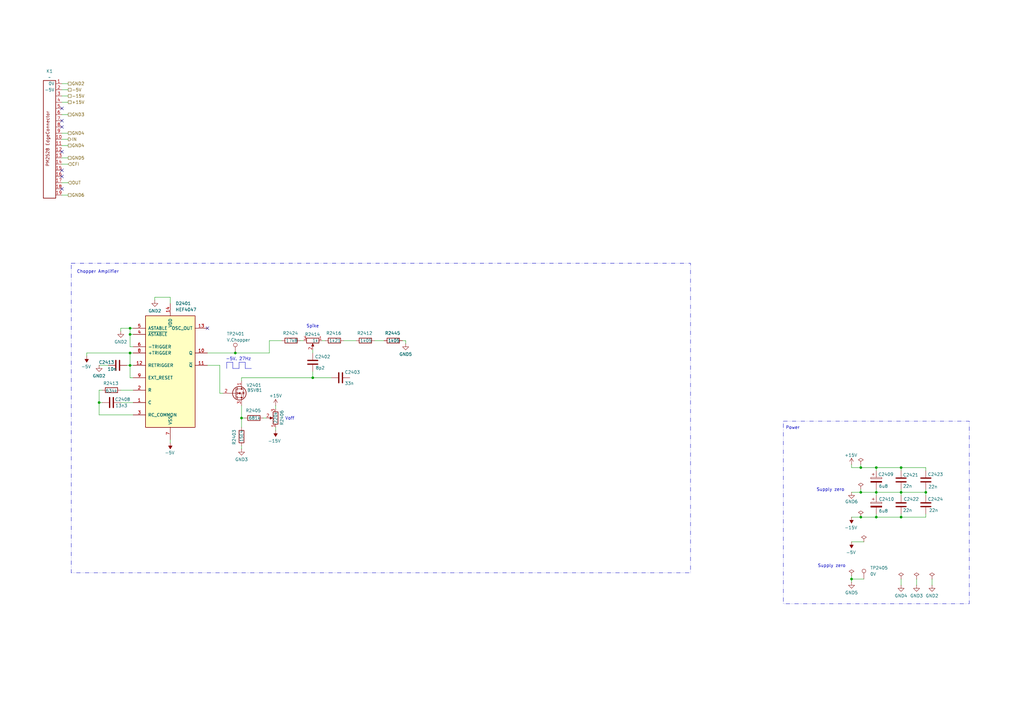
<source format=kicad_sch>
(kicad_sch (version 20250114) (generator "eeschema") (generator_version "9.0")
  (paper "A3")
  (title_block (title "Philips PM2528 - N24 (AC Amplifier)") (date "2025-05-23") (rev "0.1"))
  (lib_symbols
    (symbol "4xxx:4047" (pin_names (offset 1.016))
      (property "Reference" "U" (at -7.62 24.13 0))
      (property "Value" "4047" (at -7.62 -24.13 0))
      (symbol "4047_1_0"
        (pin input line (at -15.24 17.78 0) (length 5.08) (name "ASTABLE") (number "5"))
        (pin input line (at -15.24 15.24 0) (length 5.08) (name "~{ASTABLE}") (number "4"))
        (pin input line (at -15.24 10.16 0) (length 5.08) (name "-TRIGGER") (number "6"))
        (pin input line (at -15.24 7.62 0) (length 5.08) (name "+TRIGGER") (number "8"))
        (pin input line (at -15.24 2.54 0) (length 5.08) (name "RETRIGGER") (number "12"))
        (pin input line (at -15.24 -2.54 0) (length 5.08) (name "EXT_RESET") (number "9"))
        (pin input line (at -15.24 -7.62 0) (length 5.08) (name "R") (number "2"))
        (pin input line (at -15.24 -12.7 0) (length 5.08) (name "C") (number "1"))
        (pin input line (at -15.24 -17.78 0) (length 5.08) (name "RC_COMMON") (number "3"))
        (pin power_in line (at 0 27.94 270) (length 5.08) (name "VDD") (number "14"))
        (pin power_in line (at 0 -27.94 90) (length 5.08) (name "VSS") (number "7"))
        (pin output line (at 15.24 17.78 180) (length 5.08) (name "OSC_OUT") (number "13"))
        (pin output line (at 15.24 7.62 180) (length 5.08) (name "Q") (number "10"))
        (pin output line (at 15.24 2.54 180) (length 5.08) (name "~{Q}") (number "11"))
      )
      (symbol "4047_1_1"
        (rectangle (start -10.16 22.86) (end 10.16 -22.86) (stroke (width 0.254)) (fill (type background)))
      )
    )
    (symbol "Connector:TestPoint" (pin_numbers (hide yes)) (pin_names (offset 0.762) (hide yes))
      (property "Reference" "TP" (at 0 6.858 0))
      (property "Value" "TestPoint" (at 0 5.08 0))
      (symbol "TestPoint_0_1"
        (circle (center 0 3.302) (radius 0.762))
      )
      (symbol "TestPoint_1_1"
        (pin passive line (at 0 0 90) (length 2.54) (name "1") (number "1"))
      )
    )
    (symbol "Device:C" (pin_numbers (hide yes)) (pin_names (offset 0.254))
      (property "Reference" "C" (at 0.635 2.54 0))
      (property "Value" "C" (at 0.635 -2.54 0))
      (symbol "C_0_1"
        (polyline (pts (xy -2.032 0.762) (xy 2.032 0.762)) (stroke (width 0.508)))
        (polyline (pts (xy -2.032 -0.762) (xy 2.032 -0.762)) (stroke (width 0.508)))
      )
      (symbol "C_1_1"
        (pin passive line (at 0 3.81 270) (length 2.794) (name "~") (number "1"))
        (pin passive line (at 0 -3.81 90) (length 2.794) (name "~") (number "2"))
      )
    )
    (symbol "Device:C_Polarized" (pin_numbers (hide yes)) (pin_names (offset 0.254))
      (property "Reference" "C" (at 0.635 2.54 0))
      (property "Value" "C_Polarized" (at 0.635 -2.54 0))
      (symbol "C_Polarized_0_1"
        (rectangle (start -2.286 0.508) (end 2.286 1.016))
        (polyline (pts (xy -1.778 2.286) (xy -0.762 2.286)))
        (polyline (pts (xy -1.27 2.794) (xy -1.27 1.778)))
        (rectangle (start 2.286 -0.508) (end -2.286 -1.016) (fill (type outline)))
      )
      (symbol "C_Polarized_1_1"
        (pin passive line (at 0 3.81 270) (length 2.794) (name "~") (number "1"))
        (pin passive line (at 0 -3.81 90) (length 2.794) (name "~") (number "2"))
      )
    )
    (symbol "Device:R" (pin_numbers (hide yes)) (pin_names (offset 0))
      (property "Reference" "R" (at 2.032 0 90))
      (property "Value" "R" (at 0 0 90))
      (symbol "R_0_1"
        (rectangle (start -1.016 -2.54) (end 1.016 2.54) (stroke (width 0.254)))
      )
      (symbol "R_1_1"
        (pin passive line (at 0 3.81 270) (length 1.27) (name "~") (number "1"))
        (pin passive line (at 0 -3.81 90) (length 1.27) (name "~") (number "2"))
      )
    )
    (symbol "Device:R_Potentiometer" (pin_names (offset 1.016) (hide yes))
      (property "Reference" "RV" (at -4.445 0 90))
      (property "Value" "R_Potentiometer" (at -2.54 0 90))
      (symbol "R_Potentiometer_0_1"
        (rectangle (start 1.016 2.54) (end -1.016 -2.54) (stroke (width 0.254)))
        (polyline (pts (xy 1.143 0) (xy 2.286 0.508) (xy 2.286 -0.508) (xy 1.143 0)) (fill (type outline)))
        (polyline (pts (xy 2.54 0) (xy 1.524 0)))
      )
      (symbol "R_Potentiometer_1_1"
        (pin passive line (at 0 3.81 270) (length 1.27) (name "1") (number "1"))
        (pin passive line (at 0 -3.81 90) (length 1.27) (name "3") (number "3"))
        (pin passive line (at 3.81 0 180) (length 1.27) (name "2") (number "2"))
      )
    )
    (symbol "PM2528:PCBEdge_Plugincard"
      (property "Reference" "K" (at -0.508 25.4 0))
      (symbol "PCBEdge_Plugincard_1_1"
        (rectangle (start -2.54 24.13) (end 2.54 -24.13) (stroke (width 0.254)))
        (text "PM2528 EdgeConnector" (at -0.762 0.254 900) (effects (font (size 1.27 1.27))))
        (pin passive line (at 5.08 22.86 180) (length 2.54) (name "0V") (number "1"))
        (pin passive line (at 5.08 20.32 180) (length 2.54) (name "-5V") (number "2"))
        (pin passive line (at 5.08 17.78 180) (length 2.54) (name "") (number "3"))
        (pin passive line (at 5.08 15.24 180) (length 2.54) (name "") (number "4"))
        (pin passive line (at 5.08 12.7 180) (length 2.54) (name "") (number "5"))
        (pin passive line (at 5.08 10.16 180) (length 2.54) (name "") (number "6"))
        (pin passive line (at 5.08 7.62 180) (length 2.54) (name "") (number "7"))
        (pin passive line (at 5.08 5.08 180) (length 2.54) (name "") (number "8"))
        (pin passive line (at 5.08 2.54 180) (length 2.54) (name "") (number "9"))
        (pin passive line (at 5.08 0 180) (length 2.54) (name "") (number "10"))
        (pin passive line (at 5.08 -2.54 180) (length 2.54) (name "") (number "11"))
        (pin passive line (at 5.08 -5.08 180) (length 2.54) (name "") (number "12"))
        (pin passive line (at 5.08 -7.62 180) (length 2.54) (name "") (number "13"))
        (pin passive line (at 5.08 -10.16 180) (length 2.54) (name "") (number "14"))
        (pin passive line (at 5.08 -12.7 180) (length 2.54) (name "") (number "15"))
        (pin passive line (at 5.08 -15.24 180) (length 2.54) (name "") (number "16"))
        (pin passive line (at 5.08 -17.78 180) (length 2.54) (name "") (number "17"))
        (pin passive line (at 5.08 -20.32 180) (length 2.54) (name "") (number "18"))
        (pin passive line (at 5.08 -22.86 180) (length 2.54) (name "") (number "19"))
      )
    )
    (symbol "Transistor_FET:BS108" (pin_names (hide yes))
      (property "Reference" "Q" (at 5.08 1.905 0))
      (property "Value" "BS108" (at 5.08 0 0))
      (symbol "BS108_0_1"
        (polyline (pts (xy 0.254 1.905) (xy 0.254 -1.905)) (stroke (width 0.254)))
        (polyline (pts (xy 0.254 0) (xy -2.54 0)))
        (polyline (pts (xy 0.762 2.286) (xy 0.762 1.27)) (stroke (width 0.254)))
        (polyline (pts (xy 0.762 0.508) (xy 0.762 -0.508)) (stroke (width 0.254)))
        (polyline (pts (xy 0.762 -1.27) (xy 0.762 -2.286)) (stroke (width 0.254)))
        (polyline (pts (xy 0.762 -1.778) (xy 3.302 -1.778) (xy 3.302 1.778) (xy 0.762 1.778)))
        (polyline (pts (xy 1.016 0) (xy 2.032 0.381) (xy 2.032 -0.381) (xy 1.016 0)) (fill (type outline)))
        (circle (center 1.651 0) (radius 2.794) (stroke (width 0.254)))
        (polyline (pts (xy 2.54 2.54) (xy 2.54 1.778)))
        (circle (center 2.54 1.778) (radius 0.254) (fill (type outline)))
        (circle (center 2.54 -1.778) (radius 0.254) (fill (type outline)))
        (polyline (pts (xy 2.54 -2.54) (xy 2.54 0) (xy 0.762 0)))
        (polyline (pts (xy 2.794 0.508) (xy 2.921 0.381) (xy 3.683 0.381) (xy 3.81 0.254)))
        (polyline (pts (xy 3.302 0.381) (xy 2.921 -0.254) (xy 3.683 -0.254) (xy 3.302 0.381)))
      )
      (symbol "BS108_1_1"
        (pin input line (at -5.08 0 0) (length 2.54) (name "G") (number "2"))
        (pin passive line (at 2.54 5.08 270) (length 2.54) (name "D") (number "1"))
        (pin passive line (at 2.54 -5.08 90) (length 2.54) (name "S") (number "3"))
      )
    )
    (symbol "power:+15V" (power) (pin_numbers (hide yes)) (pin_names (offset 0) (hide yes))
      (property "Value" "+15V" (at 0 3.556 0))
      (symbol "+15V_0_1"
        (polyline (pts (xy -0.762 1.27) (xy 0 2.54)))
        (polyline (pts (xy 0 2.54) (xy 0.762 1.27)))
        (polyline (pts (xy 0 0) (xy 0 2.54)))
      )
      (symbol "+15V_1_1"
        (pin power_in line (at 0 0 90) (length 0) (name "~") (number "1"))
      )
    )
    (symbol "power:-15V" (power) (pin_numbers (hide yes)) (pin_names (offset 0) (hide yes))
      (property "Value" "-15V" (at 0 3.556 0))
      (symbol "-15V_0_0"
        (pin power_in line (at 0 0 90) (length 0) (name "~") (number "1"))
      )
      (symbol "-15V_0_1"
        (polyline (pts (xy 0 0) (xy 0 1.27) (xy 0.762 1.27) (xy 0 2.54) (xy -0.762 1.27) (xy 0 1.27)) (fill (type outline)))
      )
    )
    (symbol "power:-5V" (power) (pin_numbers (hide yes)) (pin_names (offset 0) (hide yes))
      (property "Value" "-5V" (at 0 3.556 0))
      (symbol "-5V_0_0"
        (pin power_in line (at 0 0 90) (length 0) (name "~") (number "1"))
      )
      (symbol "-5V_0_1"
        (polyline (pts (xy 0 0) (xy 0 1.27) (xy 0.762 1.27) (xy 0 2.54) (xy -0.762 1.27) (xy 0 1.27)) (fill (type outline)))
      )
    )
    (symbol "power:GND" (power) (pin_numbers (hide yes)) (pin_names (offset 0) (hide yes))
      (property "Value" "GND" (at 0 -3.81 0))
      (symbol "GND_0_1"
        (polyline (pts (xy 0 0) (xy 0 -1.27) (xy 1.27 -1.27) (xy 0 -2.54) (xy -1.27 -1.27) (xy 0 -1.27)))
      )
      (symbol "GND_1_1"
        (pin power_in line (at 0 0 270) (length 0) (name "~") (number "1"))
      )
    )
    (symbol "power:GND2" (power) (pin_numbers (hide yes)) (pin_names (offset 0) (hide yes))
      (property "Value" "GND2" (at 0 -3.81 0))
      (symbol "GND2_0_1"
        (polyline (pts (xy 0 0) (xy 0 -1.27) (xy 1.27 -1.27) (xy 0 -2.54) (xy -1.27 -1.27) (xy 0 -1.27)))
      )
      (symbol "GND2_1_1"
        (pin power_in line (at 0 0 270) (length 0) (name "~") (number "1"))
      )
    )
    (symbol "power:GND3" (power) (pin_numbers (hide yes)) (pin_names (offset 0) (hide yes))
      (property "Value" "GND3" (at 0 -3.81 0))
      (symbol "GND3_0_1"
        (polyline (pts (xy 0 0) (xy 0 -1.27) (xy 1.27 -1.27) (xy 0 -2.54) (xy -1.27 -1.27) (xy 0 -1.27)))
      )
      (symbol "GND3_1_1"
        (pin power_in line (at 0 0 270) (length 0) (name "~") (number "1"))
      )
    )
    (symbol "power:PWR_FLAG" (power) (pin_numbers (hide yes)) (pin_names (offset 0) (hide yes))
      (property "Value" "PWR_FLAG" (at 0 3.81 0))
      (symbol "PWR_FLAG_0_0"
        (pin power_out line (at 0 0 90) (length 0) (name "~") (number "1"))
      )
      (symbol "PWR_FLAG_0_1"
        (polyline (pts (xy 0 0) (xy 0 1.27) (xy -1.016 1.905) (xy 0 2.54) (xy 1.016 1.905) (xy 0 1.27)))
      )
    )
  )
  (rectangle (start 29.21 107.95) (end 283.21 234.95) (stroke (width 0) (type dash_dot_dot)))
  (rectangle (start 321.31 172.72) (end 397.51 247.65) (stroke (width 0) (type dash_dot_dot)))
  (text "Power" (at 325.12 175.514 0) (effects (font (size 1.27 1.27))))
  (text "-5V. 27Hz" (at 97.79 147.32 0) (effects (font (size 1.27 1.27))))
  (text "Voff" (at 118.872 171.704 0) (effects (font (size 1.27 1.27))))
  (text "Supply zero" (at 341.122 232.156 0) (effects (font (size 1.27 1.27))))
  (text "Spike" (at 128.27 133.858 0) (effects (font (size 1.27 1.27))))
  (text "Chopper Amplifier" (at 40.132 111.506 0) (effects (font (size 1.27 1.27))))
  (text "Supply zero" (at 340.614 200.914 0) (effects (font (size 1.27 1.27))))
  (junction (at 359.41 212.09))
  (junction (at 359.41 191.77))
  (junction (at 353.06 191.77))
  (junction (at 53.34 134.62))
  (junction (at 359.41 201.93))
  (junction (at 53.34 137.16))
  (junction (at 369.57 191.77))
  (junction (at 53.34 149.86))
  (junction (at 53.34 144.78))
  (junction (at 353.06 201.93))
  (junction (at 369.57 201.93))
  (junction (at 369.57 212.09))
  (junction (at 99.06 171.45))
  (junction (at 40.64 165.1))
  (junction (at 349.25 237.49))
  (junction (at 353.06 212.09))
  (junction (at 96.52 144.78))
  (junction (at 379.73 201.93))
  (junction (at 128.27 154.94))
  (no_connect (at 25.4 77.47))
  (no_connect (at 85.09 134.62))
  (no_connect (at 25.4 62.23))
  (no_connect (at 25.4 69.85))
  (no_connect (at 25.4 49.53))
  (no_connect (at 25.4 72.39))
  (no_connect (at 25.4 52.07))
  (no_connect (at 25.4 44.45))
  (wire (pts (xy 90.17 149.86) (xy 90.17 161.29)))
  (wire (pts (xy 359.41 191.77) (xy 369.57 191.77)))
  (wire (pts (xy 35.56 144.78) (xy 35.56 146.05)))
  (wire (pts (xy 53.34 142.24) (xy 54.61 142.24)))
  (wire (pts (xy 25.4 41.91) (xy 27.94 41.91)))
  (wire (pts (xy 99.06 182.88) (xy 99.06 184.15)))
  (wire (pts (xy 369.57 191.77) (xy 369.57 193.04)))
  (wire (pts (xy 166.37 139.7) (xy 165.1 139.7)))
  (wire (pts (xy 63.5 121.92) (xy 69.85 121.92)))
  (wire (pts (xy 25.4 36.83) (xy 27.94 36.83)))
  (wire (pts (xy 40.64 165.1) (xy 40.64 160.02)))
  (wire (pts (xy 49.53 134.62) (xy 49.53 135.89)))
  (wire (pts (xy 132.08 139.7) (xy 133.35 139.7)))
  (wire (pts (xy 53.34 154.94) (xy 53.34 149.86)))
  (wire (pts (xy 359.41 201.93) (xy 369.57 201.93)))
  (wire (pts (xy 379.73 212.09) (xy 369.57 212.09)))
  (wire (pts (xy 379.73 201.93) (xy 379.73 203.2)))
  (wire (pts (xy 369.57 212.09) (xy 359.41 212.09)))
  (polyline (pts (xy 98.044 148.59) (xy 100.584 148.59)))
  (wire (pts (xy 69.85 180.34) (xy 69.85 181.61)))
  (wire (pts (xy 52.07 149.86) (xy 53.34 149.86)))
  (wire (pts (xy 349.25 212.09) (xy 353.06 212.09)))
  (wire (pts (xy 359.41 200.66) (xy 359.41 201.93)))
  (wire (pts (xy 53.34 134.62) (xy 49.53 134.62)))
  (wire (pts (xy 40.64 149.86) (xy 44.45 149.86)))
  (wire (pts (xy 40.64 160.02) (xy 41.91 160.02)))
  (polyline (pts (xy 100.584 151.13) (xy 103.124 151.13)))
  (wire (pts (xy 53.34 134.62) (xy 53.34 137.16)))
  (wire (pts (xy 359.41 201.93) (xy 359.41 203.2)))
  (wire (pts (xy 382.27 237.49) (xy 382.27 240.03)))
  (wire (pts (xy 41.91 165.1) (xy 40.64 165.1)))
  (wire (pts (xy 53.34 137.16) (xy 53.34 142.24)))
  (wire (pts (xy 153.67 139.7) (xy 157.48 139.7)))
  (wire (pts (xy 90.17 161.29) (xy 91.44 161.29)))
  (wire (pts (xy 128.27 154.94) (xy 135.89 154.94)))
  (wire (pts (xy 353.06 212.09) (xy 359.41 212.09)))
  (wire (pts (xy 25.4 46.99) (xy 27.94 46.99)))
  (wire (pts (xy 25.4 80.01) (xy 27.94 80.01)))
  (wire (pts (xy 49.53 165.1) (xy 54.61 165.1)))
  (wire (pts (xy 53.34 144.78) (xy 35.56 144.78)))
  (wire (pts (xy 353.06 201.93) (xy 359.41 201.93)))
  (wire (pts (xy 379.73 191.77) (xy 379.73 193.04)))
  (wire (pts (xy 128.27 143.51) (xy 128.27 144.78)))
  (wire (pts (xy 99.06 156.21) (xy 99.06 154.94)))
  (wire (pts (xy 113.03 175.26) (xy 113.03 176.53)))
  (wire (pts (xy 123.19 139.7) (xy 124.46 139.7)))
  (wire (pts (xy 353.06 191.77) (xy 359.41 191.77)))
  (wire (pts (xy 53.34 137.16) (xy 54.61 137.16)))
  (wire (pts (xy 99.06 154.94) (xy 128.27 154.94)))
  (wire (pts (xy 25.4 34.29) (xy 27.94 34.29)))
  (wire (pts (xy 25.4 64.77) (xy 27.94 64.77)))
  (wire (pts (xy 379.73 210.82) (xy 379.73 212.09)))
  (wire (pts (xy 54.61 170.18) (xy 40.64 170.18)))
  (wire (pts (xy 353.06 200.66) (xy 353.06 201.93)))
  (wire (pts (xy 349.25 237.49) (xy 349.25 238.76)))
  (wire (pts (xy 128.27 152.4) (xy 128.27 154.94)))
  (polyline (pts (xy 98.044 151.13) (xy 98.044 148.59)))
  (wire (pts (xy 379.73 200.66) (xy 379.73 201.93)))
  (wire (pts (xy 25.4 39.37) (xy 27.94 39.37)))
  (wire (pts (xy 53.34 149.86) (xy 53.34 144.78)))
  (wire (pts (xy 369.57 201.93) (xy 379.73 201.93)))
  (wire (pts (xy 53.34 144.78) (xy 54.61 144.78)))
  (wire (pts (xy 25.4 74.93) (xy 27.94 74.93)))
  (polyline (pts (xy 100.584 148.59) (xy 100.584 151.13)))
  (wire (pts (xy 359.41 191.77) (xy 359.41 193.04)))
  (wire (pts (xy 54.61 134.62) (xy 53.34 134.62)))
  (wire (pts (xy 54.61 154.94) (xy 53.34 154.94)))
  (wire (pts (xy 349.25 201.93) (xy 353.06 201.93)))
  (wire (pts (xy 110.49 144.78) (xy 110.49 139.7)))
  (wire (pts (xy 113.03 166.37) (xy 113.03 167.64)))
  (wire (pts (xy 369.57 210.82) (xy 369.57 212.09)))
  (wire (pts (xy 49.53 160.02) (xy 54.61 160.02)))
  (wire (pts (xy 25.4 59.69) (xy 27.94 59.69)))
  (wire (pts (xy 54.61 149.86) (xy 53.34 149.86)))
  (wire (pts (xy 166.37 140.97) (xy 166.37 139.7)))
  (wire (pts (xy 25.4 57.15) (xy 27.94 57.15)))
  (wire (pts (xy 85.09 144.78) (xy 96.52 144.78)))
  (wire (pts (xy 96.52 144.78) (xy 110.49 144.78)))
  (wire (pts (xy 69.85 121.92) (xy 69.85 124.46)))
  (wire (pts (xy 99.06 171.45) (xy 99.06 175.26)))
  (wire (pts (xy 85.09 149.86) (xy 90.17 149.86)))
  (wire (pts (xy 353.06 190.5) (xy 353.06 191.77)))
  (wire (pts (xy 25.4 54.61) (xy 27.94 54.61)))
  (wire (pts (xy 369.57 200.66) (xy 369.57 201.93)))
  (wire (pts (xy 25.4 67.31) (xy 27.94 67.31)))
  (wire (pts (xy 349.25 191.77) (xy 353.06 191.77)))
  (wire (pts (xy 349.25 190.5) (xy 349.25 191.77)))
  (wire (pts (xy 359.41 210.82) (xy 359.41 212.09)))
  (polyline (pts (xy 95.504 148.59) (xy 95.504 151.13)))
  (wire (pts (xy 369.57 191.77) (xy 379.73 191.77)))
  (wire (pts (xy 40.64 165.1) (xy 40.64 170.18)))
  (wire (pts (xy 349.25 222.25) (xy 354.33 222.25)))
  (wire (pts (xy 99.06 166.37) (xy 99.06 171.45)))
  (wire (pts (xy 63.5 123.19) (xy 63.5 121.92)))
  (wire (pts (xy 110.49 139.7) (xy 115.57 139.7)))
  (wire (pts (xy 369.57 201.93) (xy 369.57 203.2)))
  (wire (pts (xy 369.57 237.49) (xy 369.57 240.03)))
  (polyline (pts (xy 95.504 151.13) (xy 98.044 151.13)))
  (wire (pts (xy 107.95 171.45) (xy 109.22 171.45)))
  (polyline (pts (xy 92.964 148.59) (xy 95.504 148.59)))
  (wire (pts (xy 349.25 236.22) (xy 349.25 237.49)))
  (wire (pts (xy 100.33 171.45) (xy 99.06 171.45)))
  (wire (pts (xy 375.92 237.49) (xy 375.92 240.03)))
  (polyline (pts (xy 92.964 151.13) (xy 92.964 148.59)))
  (wire (pts (xy 349.25 237.49) (xy 354.33 237.49)))
  (wire (pts (xy 140.97 139.7) (xy 146.05 139.7)))
  (hierarchical_label "-15V" (shape passive) (at 27.94 39.37 0))
  (hierarchical_label "-5V" (shape passive) (at 27.94 36.83 0))
  (hierarchical_label "GND2" (shape passive) (at 27.94 34.29 0))
  (hierarchical_label "GND4" (shape passive) (at 27.94 54.61 0))
  (hierarchical_label "GND3" (shape passive) (at 27.94 46.99 0))
  (hierarchical_label "IN" (shape output) (at 27.94 57.15 0))
  (hierarchical_label "GND6" (shape passive) (at 27.94 80.01 0))
  (hierarchical_label "GND5" (shape passive) (at 27.94 64.77 0))
  (hierarchical_label "OUT" (shape input) (at 27.94 74.93 0))
  (hierarchical_label "GND4" (shape passive) (at 27.94 59.69 0))
  (hierarchical_label "+15V" (shape passive) (at 27.94 41.91 0))
  (hierarchical_label "CFI" (shape input) (at 27.94 67.31 0))
  (symbol (lib_id "power:GND2") (at 99.06 184.15 0) (unit 1)
    (property "Reference" "#PWR013" (effects (hide yes)))
    (property "Value" "GND3" (at 99.06 188.468 0))
    (property "Description" "Power symbol creates a global label with name \"GND2\" , ground" (effects (hide yes)))
  )
  (symbol (lib_id "power:PWR_FLAG") (at 353.06 212.09 0) (unit 1)
    (property "Reference" "#FLG03" (effects (hide yes)))
    (property "Value" "PWR_FLAG" (effects (hide yes)))
    (property "Description" "Special symbol for telling ERC where power comes from" (effects (hide yes)))
  )
  (symbol (lib_id "power:-5V") (at 349.25 222.25 180) (unit 1)
    (property "Reference" "#PWR03" (effects (hide yes)))
    (property "Value" "-5V" (at 348.996 226.568 0))
    (property "Description" "Power symbol creates a global label with name \"-5V\"" (effects (hide yes)))
  )
  (symbol (lib_id "power:GND") (at 349.25 238.76 0) (unit 1)
    (property "Reference" "#PWR05" (effects (hide yes)))
    (property "Value" "GND5" (at 349.25 243.078 0))
    (property "Description" "Power symbol creates a global label with name \"GND\" , ground" (effects (hide yes)))
  )
  (symbol (lib_id "PM2528:PCBEdge_Plugincard") (at 20.32 57.15 0) (unit 1)
    (property "Reference" "K1" (at 20.32 29.21 0))
    (property "Value" "~" (at 20.32 31.75 0))
    (property "Footprint" "PM2528:PM2528_RiserCardConnector" (effects (hide yes)))
  )
  (symbol (lib_id "Device:R") (at 137.16 139.7 90) (unit 1)
    (property "Reference" "R2416" (at 136.906 136.652 90))
    (property "Value" "1k21" (at 137.414 139.7 90))
    (property "Description" "Resistor" (effects (hide yes)))
  )
  (symbol (lib_id "power:GND") (at 382.27 240.03 0) (unit 1)
    (property "Reference" "#PWR017" (effects (hide yes)))
    (property "Value" "GND2" (at 382.27 244.348 0))
    (property "Description" "Power symbol creates a global label with name \"GND\" , ground" (effects (hide yes)))
  )
  (symbol (lib_id "Device:C") (at 379.73 196.85 0) (unit 1)
    (property "Reference" "C2423" (at 380.492 194.564 0) (effects (justify left)))
    (property "Value" "22n" (at 380.746 199.644 0) (effects (justify left)))
    (property "Description" "Unpolarized capacitor" (effects (hide yes)))
  )
  (symbol (lib_id "power:PWR_FLAG") (at 353.06 190.5 0) (unit 1)
    (property "Reference" "#FLG01" (effects (hide yes)))
    (property "Value" "PWR_FLAG" (effects (hide yes)))
    (property "Description" "Special symbol for telling ERC where power comes from" (effects (hide yes)))
  )
  (symbol (lib_id "Device:R") (at 161.29 139.7 90) (unit 1)
    (property "Reference" "R2445" (at 161.036 136.652 90))
    (property "Value" "1k05" (at 161.544 139.7 90))
    (property "Description" "Resistor" (effects (hide yes)))
  )
  (symbol (lib_id "power:-15V") (at 113.03 176.53 180) (unit 1)
    (property "Reference" "#PWR012" (effects (hide yes)))
    (property "Value" "-15V" (at 112.522 180.848 0))
    (property "Description" "Power symbol creates a global label with name \"-15V\"" (effects (hide yes)))
  )
  (symbol (lib_id "Device:R_Potentiometer") (at 113.03 171.45 180) (unit 1)
    (property "Reference" "R2406" (at 115.57 174.498 90) (effects (justify right)))
    (property "Value" "220k" (at 113.03 173.736 90) (effects (justify right)))
    (property "Description" "Potentiometer" (effects (hide yes)))
  )
  (symbol (lib_id "power:-5V") (at 35.56 146.05 180) (unit 1)
    (property "Reference" "#PWR09" (effects (hide yes)))
    (property "Value" "-5V" (at 35.306 150.368 0))
    (property "Description" "Power symbol creates a global label with name \"-5V\"" (effects (hide yes)))
  )
  (symbol (lib_id "power:GND") (at 375.92 240.03 0) (unit 1)
    (property "Reference" "#PWR07" (effects (hide yes)))
    (property "Value" "GND3" (at 375.92 244.348 0))
    (property "Description" "Power symbol creates a global label with name \"GND\" , ground" (effects (hide yes)))
  )
  (symbol (lib_id "power:+15V") (at 349.25 190.5 0) (unit 1)
    (property "Reference" "#PWR01" (effects (hide yes)))
    (property "Value" "+15V" (at 348.996 186.69 0))
    (property "Description" "Power symbol creates a global label with name \"+15V\"" (effects (hide yes)))
  )
  (symbol (lib_id "power:PWR_FLAG") (at 375.92 237.49 0) (unit 1)
    (property "Reference" "#FLG07" (effects (hide yes)))
    (property "Value" "PWR_FLAG" (effects (hide yes)))
    (property "Description" "Special symbol for telling ERC where power comes from" (effects (hide yes)))
  )
  (symbol (lib_id "Device:C") (at 45.72 165.1 270) (unit 1)
    (property "Reference" "C2408" (at 50.292 163.83 90))
    (property "Value" "13n3" (at 49.784 166.37 90))
    (property "Description" "Unpolarized capacitor" (effects (hide yes)))
  )
  (symbol (lib_id "power:GND") (at 369.57 240.03 0) (unit 1)
    (property "Reference" "#PWR06" (effects (hide yes)))
    (property "Value" "GND4" (at 369.57 244.348 0))
    (property "Description" "Power symbol creates a global label with name \"GND\" , ground" (effects (hide yes)))
  )
  (symbol (lib_id "power:GND3") (at 349.25 201.93 0) (unit 1)
    (property "Reference" "#PWR04" (effects (hide yes)))
    (property "Value" "GND6" (at 349.25 205.74 0))
    (property "Description" "Power symbol creates a global label with name \"GND3\" , ground" (effects (hide yes)))
  )
  (symbol (lib_id "power:PWR_FLAG") (at 354.33 222.25 0) (unit 1)
    (property "Reference" "#FLG04" (effects (hide yes)))
    (property "Value" "PWR_FLAG" (effects (hide yes)))
    (property "Description" "Special symbol for telling ERC where power comes from" (effects (hide yes)))
  )
  (symbol (lib_id "power:GND2") (at 63.5 123.19 0) (unit 1)
    (property "Reference" "#PWR016" (effects (hide yes)))
    (property "Value" "GND2" (at 63.5 127.508 0))
    (property "Description" "Power symbol creates a global label with name \"GND2\" , ground" (effects (hide yes)))
  )
  (symbol (lib_id "power:PWR_FLAG") (at 382.27 237.49 0) (unit 1)
    (property "Reference" "#FLG08" (effects (hide yes)))
    (property "Value" "PWR_FLAG" (effects (hide yes)))
    (property "Description" "Special symbol for telling ERC where power comes from" (effects (hide yes)))
  )
  (symbol (lib_id "Device:C_Polarized") (at 359.41 207.01 0) (unit 1)
    (property "Reference" "C2410" (at 360.426 204.724 0) (effects (justify left)))
    (property "Value" "6u8" (at 360.426 209.55 0) (effects (justify left)))
    (property "Description" "Polarized capacitor" (effects (hide yes)))
  )
  (symbol (lib_id "Device:R") (at 104.14 171.45 90) (unit 1)
    (property "Reference" "R2405" (at 103.886 168.402 90))
    (property "Value" "681k" (at 104.394 171.45 90))
    (property "Description" "Resistor" (effects (hide yes)))
  )
  (symbol (lib_id "Device:R_Potentiometer") (at 128.27 139.7 270) (unit 1)
    (property "Reference" "R2414" (at 131.318 137.16 90) (effects (justify right)))
    (property "Value" "1k" (at 130.556 139.7 90) (effects (justify right)))
    (property "Description" "Potentiometer" (effects (hide yes)))
  )
  (symbol (lib_id "Connector:TestPoint") (at 96.52 144.78 0) (unit 1)
    (property "Reference" "TP2401" (at 92.964 136.906 0) (effects (justify left)))
    (property "Value" "V.Chopper" (at 92.964 139.446 0) (effects (justify left)))
    (property "Description" "test point" (effects (hide yes)))
  )
  (symbol (lib_id "Device:R") (at 119.38 139.7 90) (unit 1)
    (property "Reference" "R2424" (at 119.126 136.652 90))
    (property "Value" "17k8" (at 119.634 139.7 90))
    (property "Description" "Resistor" (effects (hide yes)))
  )
  (symbol (lib_id "Device:C") (at 139.7 154.94 90) (unit 1)
    (property "Reference" "C2403" (at 144.526 152.654 90))
    (property "Value" "33n" (at 143.256 157.226 90))
    (property "Description" "Unpolarized capacitor" (effects (hide yes)))
  )
  (symbol (lib_id "power:GND2") (at 166.37 140.97 0) (unit 1)
    (property "Reference" "#PWR014" (effects (hide yes)))
    (property "Value" "GND5" (at 166.37 145.288 0))
    (property "Description" "Power symbol creates a global label with name \"GND2\" , ground" (effects (hide yes)))
  )
  (symbol (lib_id "Device:R") (at 45.72 160.02 90) (unit 1)
    (property "Reference" "R2413" (at 45.466 157.226 90))
    (property "Value" "634k" (at 45.72 160.274 90))
    (property "Description" "Resistor" (effects (hide yes)))
  )
  (symbol (lib_id "power:PWR_FLAG") (at 369.57 237.49 0) (unit 1)
    (property "Reference" "#FLG06" (effects (hide yes)))
    (property "Value" "PWR_FLAG" (effects (hide yes)))
    (property "Description" "Special symbol for telling ERC where power comes from" (effects (hide yes)))
  )
  (symbol (lib_id "power:PWR_FLAG") (at 349.25 236.22 0) (unit 1)
    (property "Reference" "#FLG05" (effects (hide yes)))
    (property "Value" "PWR_FLAG" (effects (hide yes)))
    (property "Description" "Special symbol for telling ERC where power comes from" (effects (hide yes)))
  )
  (symbol (lib_id "4xxx:4047") (at 69.85 152.4 0) (unit 1)
    (property "Reference" "D2401" (at 71.9933 124.46 0) (effects (justify left)))
    (property "Value" "HEF4047" (at 71.9933 127 0) (effects (justify left)))
    (property "Datasheet" "https://www.ti.com/lit/ds/symlink/cd4047b.pdf" (effects (hide yes)))
    (property "Description" "Monostable/Astable Multivibrator" (effects (hide yes)))
  )
  (symbol (lib_id "power:GND2") (at 40.64 149.86 0) (unit 1)
    (property "Reference" "#PWR010" (effects (hide yes)))
    (property "Value" "GND2" (at 40.64 154.178 0))
    (property "Description" "Power symbol creates a global label with name \"GND2\" , ground" (effects (hide yes)))
  )
  (symbol (lib_id "Transistor_FET:BS108") (at 96.52 161.29 0) (unit 1)
    (property "Reference" "V2401" (at 101.092 157.988 0) (effects (justify left)))
    (property "Value" "BSV81" (at 101.346 160.02 0) (effects (justify left)))
    (property "Footprint" "Package_TO_SOT_THT:TO-92_Inline" (effects (hide yes)))
  )
  (symbol (lib_id "power:-5V") (at 69.85 181.61 180) (unit 1)
    (property "Reference" "#PWR015" (effects (hide yes)))
    (property "Value" "-5V" (at 69.596 185.674 0))
    (property "Description" "Power symbol creates a global label with name \"-5V\"" (effects (hide yes)))
  )
  (symbol (lib_id "power:+15V") (at 113.03 166.37 0) (unit 1)
    (property "Reference" "#PWR011" (effects (hide yes)))
    (property "Value" "+15V" (at 113.03 162.306 0))
    (property "Description" "Power symbol creates a global label with name \"+15V\"" (effects (hide yes)))
  )
  (symbol (lib_id "Device:C") (at 128.27 148.59 0) (unit 1)
    (property "Reference" "C2402" (at 132.334 146.304 0))
    (property "Value" "8p2" (at 131.318 150.876 0))
    (property "Description" "Unpolarized capacitor" (effects (hide yes)))
  )
  (symbol (lib_id "Device:R") (at 149.86 139.7 90) (unit 1)
    (property "Reference" "R2412" (at 149.606 136.652 90))
    (property "Value" "1k05" (at 150.114 139.7 90))
    (property "Description" "Resistor" (effects (hide yes)))
  )
  (symbol (lib_id "Device:R") (at 99.06 179.07 180) (unit 1)
    (property "Reference" "R2403" (at 96.012 179.324 90))
    (property "Value" "15E4" (at 99.06 178.816 90))
    (property "Description" "Resistor" (effects (hide yes)))
  )
  (symbol (lib_id "power:GND2") (at 49.53 135.89 0) (unit 1)
    (property "Reference" "#PWR08" (effects (hide yes)))
    (property "Value" "GND2" (at 49.53 140.208 0))
    (property "Description" "Power symbol creates a global label with name \"GND2\" , ground" (effects (hide yes)))
  )
  (symbol (lib_id "Device:C") (at 369.57 196.85 0) (unit 1)
    (property "Reference" "C2421" (at 370.332 194.818 0) (effects (justify left)))
    (property "Value" "22n" (at 370.332 199.39 0) (effects (justify left)))
    (property "Description" "Unpolarized capacitor" (effects (hide yes)))
  )
  (symbol (lib_id "power:PWR_FLAG") (at 353.06 200.66 0) (unit 1)
    (property "Reference" "#FLG02" (effects (hide yes)))
    (property "Value" "PWR_FLAG" (effects (hide yes)))
    (property "Description" "Special symbol for telling ERC where power comes from" (effects (hide yes)))
  )
  (symbol (lib_id "Device:C") (at 369.57 207.01 0) (unit 1)
    (property "Reference" "C2422" (at 370.586 204.724 0) (effects (justify left)))
    (property "Value" "22n" (at 370.332 209.296 0) (effects (justify left)))
    (property "Description" "Unpolarized capacitor" (effects (hide yes)))
  )
  (symbol (lib_id "Connector:TestPoint") (at 354.33 237.49 0) (unit 1)
    (property "Reference" "TP2405" (at 356.87 232.9179 0) (effects (justify left)))
    (property "Value" "0V" (at 356.87 235.4579 0) (effects (justify left)))
    (property "Description" "test point" (effects (hide yes)))
  )
  (symbol (lib_id "Device:C") (at 379.73 207.01 0) (unit 1)
    (property "Reference" "C2424" (at 380.492 204.724 0) (effects (justify left)))
    (property "Value" "22n" (at 381 209.296 0) (effects (justify left)))
    (property "Description" "Unpolarized capacitor" (effects (hide yes)))
  )
  (symbol (lib_id "Device:C") (at 48.26 149.86 270) (unit 1)
    (property "Reference" "C2413" (at 43.688 148.59 90))
    (property "Value" "10n" (at 45.974 151.384 90))
    (property "Description" "Unpolarized capacitor" (effects (hide yes)))
  )
  (symbol (lib_id "power:-15V") (at 349.25 212.09 180) (unit 1)
    (property "Reference" "#PWR02" (effects (hide yes)))
    (property "Value" "-15V" (at 348.996 216.408 0))
    (property "Description" "Power symbol creates a global label with name \"-15V\"" (effects (hide yes)))
  )
  (symbol (lib_id "Device:C_Polarized") (at 359.41 196.85 0) (unit 1)
    (property "Reference" "C2409" (at 360.172 194.564 0) (effects (justify left)))
    (property "Value" "6u8" (at 360.426 199.39 0) (effects (justify left)))
    (property "Description" "Polarized capacitor" (effects (hide yes)))
  )
)
</source>
